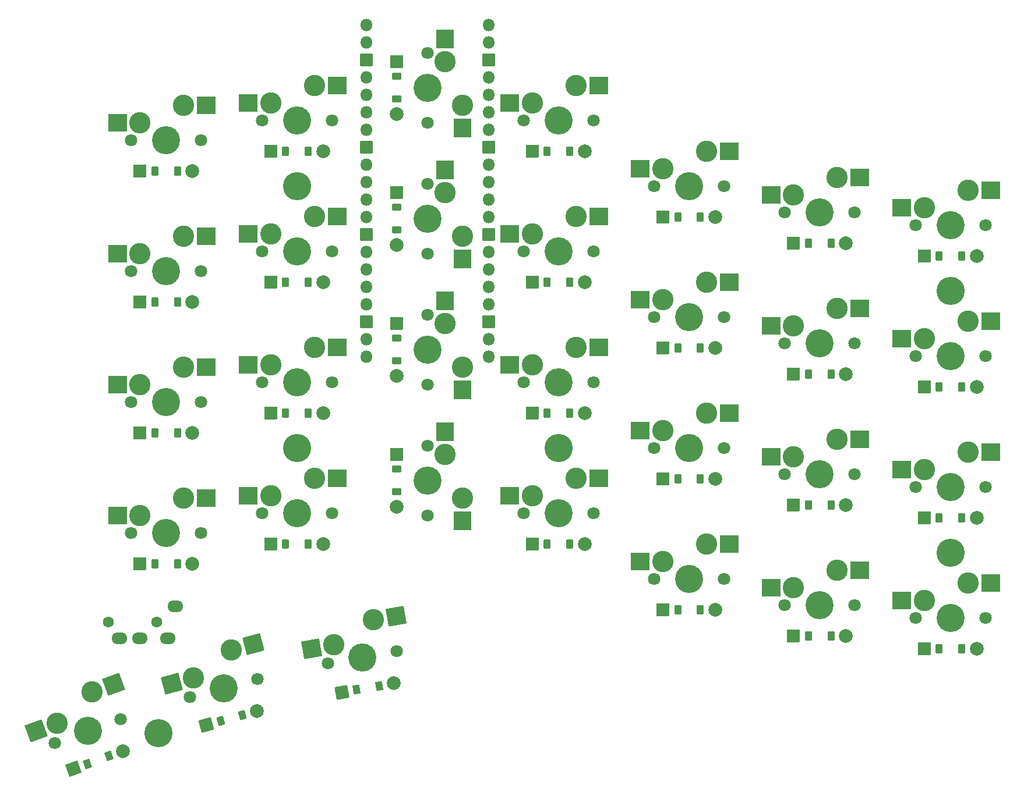
<source format=gbr>
%TF.GenerationSoftware,KiCad,Pcbnew,9.0.3-1.fc42*%
%TF.CreationDate,2025-08-21T15:19:56+02:00*%
%TF.ProjectId,right,72696768-742e-46b6-9963-61645f706362,v1.0.0*%
%TF.SameCoordinates,Original*%
%TF.FileFunction,Soldermask,Bot*%
%TF.FilePolarity,Negative*%
%FSLAX46Y46*%
G04 Gerber Fmt 4.6, Leading zero omitted, Abs format (unit mm)*
G04 Created by KiCad (PCBNEW 9.0.3-1.fc42) date 2025-08-21 15:19:56*
%MOMM*%
%LPD*%
G01*
G04 APERTURE LIST*
G04 Aperture macros list*
%AMRoundRect*
0 Rectangle with rounded corners*
0 $1 Rounding radius*
0 $2 $3 $4 $5 $6 $7 $8 $9 X,Y pos of 4 corners*
0 Add a 4 corners polygon primitive as box body*
4,1,4,$2,$3,$4,$5,$6,$7,$8,$9,$2,$3,0*
0 Add four circle primitives for the rounded corners*
1,1,$1+$1,$2,$3*
1,1,$1+$1,$4,$5*
1,1,$1+$1,$6,$7*
1,1,$1+$1,$8,$9*
0 Add four rect primitives between the rounded corners*
20,1,$1+$1,$2,$3,$4,$5,0*
20,1,$1+$1,$4,$5,$6,$7,0*
20,1,$1+$1,$6,$7,$8,$9,0*
20,1,$1+$1,$8,$9,$2,$3,0*%
G04 Aperture macros list end*
%ADD10C,4.100000*%
%ADD11RoundRect,0.050000X-0.889000X-0.889000X0.889000X-0.889000X0.889000X0.889000X-0.889000X0.889000X0*%
%ADD12RoundRect,0.050000X-0.450000X-0.600000X0.450000X-0.600000X0.450000X0.600000X-0.450000X0.600000X0*%
%ADD13C,2.005000*%
%ADD14C,1.801800*%
%ADD15C,3.100000*%
%ADD16C,4.087800*%
%ADD17RoundRect,0.050000X-1.250000X1.275000X-1.250000X-1.275000X1.250000X-1.275000X1.250000X1.275000X0*%
%ADD18RoundRect,0.050000X-0.721121X-1.029867X1.029867X-0.721121X0.721121X1.029867X-1.029867X0.721121X0*%
%ADD19RoundRect,0.050000X-0.338975X-0.669026X0.547352X-0.512743X0.338975X0.669026X-0.547352X0.512743X0*%
%ADD20RoundRect,0.050000X-1.275000X-1.250000X1.275000X-1.250000X1.275000X1.250000X-1.275000X1.250000X0*%
%ADD21RoundRect,0.050000X-1.038570X-1.452411X1.472690X-1.009608X1.038570X1.452411X-1.472690X1.009608X0*%
%ADD22RoundRect,0.050000X-0.628618X-1.088798X1.088798X-0.628618X0.628618X1.088798X-1.088798X0.628618X0*%
%ADD23RoundRect,0.050000X-0.279375X-0.696024X0.589958X-0.463087X0.279375X0.696024X-0.589958X0.463087X0*%
%ADD24RoundRect,0.050000X-0.889000X0.889000X-0.889000X-0.889000X0.889000X-0.889000X0.889000X0.889000X0*%
%ADD25RoundRect,0.050000X-0.600000X0.450000X-0.600000X-0.450000X0.600000X-0.450000X0.600000X0.450000X0*%
%ADD26RoundRect,0.050000X-0.770583X-1.610691X1.625633X-0.738540X0.770583X1.610691X-1.625633X0.738540X0*%
%ADD27RoundRect,0.050000X-0.908032X-1.537402X1.555079X-0.877413X0.908032X1.537402X-1.555079X0.877413X0*%
%ADD28RoundRect,0.050000X-0.531331X-1.139443X1.139443X-0.531331X0.531331X1.139443X-1.139443X0.531331X0*%
%ADD29RoundRect,0.050000X-0.217650X-0.717725X0.628074X-0.409907X0.217650X0.717725X-0.628074X0.409907X0*%
%ADD30O,1.800000X1.800000*%
%ADD31RoundRect,0.050000X-0.850000X-0.850000X0.850000X-0.850000X0.850000X0.850000X-0.850000X0.850000X0*%
%ADD32C,1.600000*%
%ADD33O,2.300000X1.700000*%
G04 APERTURE END LIST*
D10*
%TO.C,*%
X319000000Y-175235000D03*
%TD*%
D11*
%TO.C,D17*%
X277190000Y-189260000D03*
D12*
X279350000Y-189260000D03*
X282650000Y-189260000D03*
D13*
X284810000Y-189260000D03*
%TD*%
D14*
%TO.C,S28*%
X300000000Y-174917500D03*
D15*
X302540000Y-176187500D03*
D16*
X300000000Y-179997500D03*
D15*
X305080000Y-182537500D03*
D14*
X300000000Y-185077500D03*
D17*
X302540000Y-172912500D03*
X305080000Y-185839500D03*
%TD*%
D10*
%TO.C,*%
X281000000Y-175235000D03*
%TD*%
D18*
%TO.C,D25*%
X287554297Y-210808235D03*
D19*
X289681484Y-210433154D03*
X292931350Y-209860116D03*
D13*
X295058537Y-209485035D03*
%TD*%
D14*
%TO.C,S9*%
X332920000Y-194285000D03*
D15*
X334190000Y-191745000D03*
D16*
X338000000Y-194285000D03*
D15*
X340540000Y-189205000D03*
D14*
X343080000Y-194285000D03*
D20*
X330915000Y-191745000D03*
X343842000Y-189205000D03*
%TD*%
D14*
%TO.C,S25*%
X285522177Y-206597133D03*
D15*
X286331816Y-203875188D03*
D16*
X290525000Y-205715000D03*
D15*
X292144279Y-200271110D03*
D14*
X295527823Y-204832867D03*
D21*
X283106571Y-204443886D03*
X295396114Y-199697724D03*
%TD*%
D22*
%TO.C,D26*%
X267806266Y-215526719D03*
D23*
X269892665Y-214967667D03*
X273080221Y-214113567D03*
D13*
X275166620Y-213554515D03*
%TD*%
D11*
%TO.C,D24*%
X258190000Y-134967500D03*
D12*
X260350000Y-134967500D03*
X263650000Y-134967500D03*
D13*
X265810000Y-134967500D03*
%TD*%
D11*
%TO.C,D9*%
X334190000Y-198785000D03*
D12*
X336350000Y-198785000D03*
X339650000Y-198785000D03*
D13*
X341810000Y-198785000D03*
%TD*%
D11*
%TO.C,D11*%
X334190000Y-160685000D03*
D12*
X336350000Y-160685000D03*
X339650000Y-160685000D03*
D13*
X341810000Y-160685000D03*
%TD*%
D11*
%TO.C,D2*%
X372190000Y-185450000D03*
D12*
X374350000Y-185450000D03*
X377650000Y-185450000D03*
D13*
X379810000Y-185450000D03*
%TD*%
D11*
%TO.C,D23*%
X258190000Y-154017500D03*
D12*
X260350000Y-154017500D03*
X263650000Y-154017500D03*
D13*
X265810000Y-154017500D03*
%TD*%
D14*
%TO.C,S15*%
X313920000Y-146660000D03*
D15*
X315190000Y-144120000D03*
D16*
X319000000Y-146660000D03*
D15*
X321540000Y-141580000D03*
D14*
X324080000Y-146660000D03*
D20*
X311915000Y-144120000D03*
X324842000Y-141580000D03*
%TD*%
D14*
%TO.C,S7*%
X351920000Y-159995000D03*
D15*
X353190000Y-157455000D03*
D16*
X357000000Y-159995000D03*
D15*
X359540000Y-154915000D03*
D14*
X362080000Y-159995000D03*
D20*
X349915000Y-157455000D03*
X362842000Y-154915000D03*
%TD*%
D24*
%TO.C,D28*%
X295500000Y-176187500D03*
D25*
X295500000Y-178347500D03*
X295500000Y-181647500D03*
D13*
X295500000Y-183807500D03*
%TD*%
D11*
%TO.C,D6*%
X353190000Y-183545000D03*
D12*
X355350000Y-183545000D03*
X358650000Y-183545000D03*
D13*
X360810000Y-183545000D03*
%TD*%
D14*
%TO.C,S24*%
X256920000Y-130467500D03*
D15*
X258190000Y-127927500D03*
D16*
X262000000Y-130467500D03*
D15*
X264540000Y-125387500D03*
D14*
X267080000Y-130467500D03*
D20*
X254915000Y-127927500D03*
X267842000Y-125387500D03*
%TD*%
D14*
%TO.C,S16*%
X313920000Y-127610000D03*
D15*
X315190000Y-125070000D03*
D16*
X319000000Y-127610000D03*
D15*
X321540000Y-122530000D03*
D14*
X324080000Y-127610000D03*
D20*
X311915000Y-125070000D03*
X324842000Y-122530000D03*
%TD*%
D14*
%TO.C,S23*%
X256920000Y-149517500D03*
D15*
X258190000Y-146977500D03*
D16*
X262000000Y-149517500D03*
D15*
X264540000Y-144437500D03*
D14*
X267080000Y-149517500D03*
D20*
X254915000Y-146977500D03*
X267842000Y-144437500D03*
%TD*%
D24*
%TO.C,D30*%
X295500000Y-138087500D03*
D25*
X295500000Y-140247500D03*
X295500000Y-143547500D03*
D13*
X295500000Y-145707500D03*
%TD*%
D14*
%TO.C,S2*%
X370920000Y-180950000D03*
D15*
X372190000Y-178410000D03*
D16*
X376000000Y-180950000D03*
D15*
X378540000Y-175870000D03*
D14*
X381080000Y-180950000D03*
D20*
X368915000Y-178410000D03*
X381842000Y-175870000D03*
%TD*%
D11*
%TO.C,D8*%
X353190000Y-145445000D03*
D12*
X355350000Y-145445000D03*
X358650000Y-145445000D03*
D13*
X360810000Y-145445000D03*
%TD*%
D14*
%TO.C,S14*%
X313920000Y-165710000D03*
D15*
X315190000Y-163170000D03*
D16*
X319000000Y-165710000D03*
D15*
X321540000Y-160630000D03*
D14*
X324080000Y-165710000D03*
D20*
X311915000Y-163170000D03*
X324842000Y-160630000D03*
%TD*%
D11*
%TO.C,D3*%
X372190000Y-166400000D03*
D12*
X374350000Y-166400000D03*
X377650000Y-166400000D03*
D13*
X379810000Y-166400000D03*
%TD*%
D14*
%TO.C,S1*%
X370920000Y-200000000D03*
D15*
X372190000Y-197460000D03*
D16*
X376000000Y-200000000D03*
D15*
X378540000Y-194920000D03*
D14*
X381080000Y-200000000D03*
D20*
X368915000Y-197460000D03*
X381842000Y-194920000D03*
%TD*%
D11*
%TO.C,D22*%
X258190000Y-173067500D03*
D12*
X260350000Y-173067500D03*
X263650000Y-173067500D03*
D13*
X265810000Y-173067500D03*
%TD*%
D10*
%TO.C,*%
X281000000Y-137135000D03*
%TD*%
D24*
%TO.C,D31*%
X295500000Y-119037500D03*
D25*
X295500000Y-121197500D03*
X295500000Y-124497500D03*
D13*
X295500000Y-126657500D03*
%TD*%
D11*
%TO.C,D20*%
X277190000Y-132110000D03*
D12*
X279350000Y-132110000D03*
X282650000Y-132110000D03*
D13*
X284810000Y-132110000D03*
%TD*%
D14*
%TO.C,S18*%
X275920000Y-165710000D03*
D15*
X277190000Y-163170000D03*
D16*
X281000000Y-165710000D03*
D15*
X283540000Y-160630000D03*
D14*
X286080000Y-165710000D03*
D20*
X273915000Y-163170000D03*
X286842000Y-160630000D03*
%TD*%
D14*
%TO.C,S13*%
X313920000Y-184760000D03*
D15*
X315190000Y-182220000D03*
D16*
X319000000Y-184760000D03*
D15*
X321540000Y-179680000D03*
D14*
X324080000Y-184760000D03*
D20*
X311915000Y-182220000D03*
X324842000Y-179680000D03*
%TD*%
D14*
%TO.C,S5*%
X351920000Y-198095000D03*
D15*
X353190000Y-195555000D03*
D16*
X357000000Y-198095000D03*
D15*
X359540000Y-193015000D03*
D14*
X362080000Y-198095000D03*
D20*
X349915000Y-195555000D03*
X362842000Y-193015000D03*
%TD*%
D11*
%TO.C,D10*%
X334190000Y-179735000D03*
D12*
X336350000Y-179735000D03*
X339650000Y-179735000D03*
D13*
X341810000Y-179735000D03*
%TD*%
D14*
%TO.C,S20*%
X275920000Y-127610000D03*
D15*
X277190000Y-125070000D03*
D16*
X281000000Y-127610000D03*
D15*
X283540000Y-122530000D03*
D14*
X286080000Y-127610000D03*
D20*
X273915000Y-125070000D03*
X286842000Y-122530000D03*
%TD*%
D14*
%TO.C,S31*%
X300000000Y-117767500D03*
D15*
X302540000Y-119037500D03*
D16*
X300000000Y-122847500D03*
D15*
X305080000Y-125387500D03*
D14*
X300000000Y-127927500D03*
D17*
X302540000Y-115762500D03*
X305080000Y-128689500D03*
%TD*%
D24*
%TO.C,D29*%
X295500000Y-157137500D03*
D25*
X295500000Y-159297500D03*
X295500000Y-162597500D03*
D13*
X295500000Y-164757500D03*
%TD*%
D14*
%TO.C,S27*%
X245812122Y-218154149D03*
D15*
X246136801Y-215332964D03*
D16*
X250585761Y-216416687D03*
D15*
X251235118Y-210774317D03*
D14*
X255359400Y-214679225D03*
D26*
X243059309Y-216453080D03*
X254337983Y-209644967D03*
%TD*%
D11*
%TO.C,D13*%
X315190000Y-189260000D03*
D12*
X317350000Y-189260000D03*
X320650000Y-189260000D03*
D13*
X322810000Y-189260000D03*
%TD*%
D14*
%TO.C,S3*%
X370920000Y-161900000D03*
D15*
X372190000Y-159360000D03*
D16*
X376000000Y-161900000D03*
D15*
X378540000Y-156820000D03*
D14*
X381080000Y-161900000D03*
D20*
X368915000Y-159360000D03*
X381842000Y-156820000D03*
%TD*%
D14*
%TO.C,S11*%
X332920000Y-156185000D03*
D15*
X334190000Y-153645000D03*
D16*
X338000000Y-156185000D03*
D15*
X340540000Y-151105000D03*
D14*
X343080000Y-156185000D03*
D20*
X330915000Y-153645000D03*
X343842000Y-151105000D03*
%TD*%
D14*
%TO.C,S10*%
X332920000Y-175235000D03*
D15*
X334190000Y-172695000D03*
D16*
X338000000Y-175235000D03*
D15*
X340540000Y-170155000D03*
D14*
X343080000Y-175235000D03*
D20*
X330915000Y-172695000D03*
X343842000Y-170155000D03*
%TD*%
D11*
%TO.C,D18*%
X277190000Y-170210000D03*
D12*
X279350000Y-170210000D03*
X282650000Y-170210000D03*
D13*
X284810000Y-170210000D03*
%TD*%
D14*
%TO.C,S21*%
X256920000Y-187617500D03*
D15*
X258190000Y-185077500D03*
D16*
X262000000Y-187617500D03*
D15*
X264540000Y-182537500D03*
D14*
X267080000Y-187617500D03*
D20*
X254915000Y-185077500D03*
X267842000Y-182537500D03*
%TD*%
D14*
%TO.C,S30*%
X300000000Y-136817500D03*
D15*
X302540000Y-138087500D03*
D16*
X300000000Y-141897500D03*
D15*
X305080000Y-144437500D03*
D14*
X300000000Y-146977500D03*
D17*
X302540000Y-134812500D03*
X305080000Y-147739500D03*
%TD*%
D14*
%TO.C,S22*%
X256920000Y-168567500D03*
D15*
X258190000Y-166027500D03*
D16*
X262000000Y-168567500D03*
D15*
X264540000Y-163487500D03*
D14*
X267080000Y-168567500D03*
D20*
X254915000Y-166027500D03*
X267842000Y-163487500D03*
%TD*%
D11*
%TO.C,D12*%
X334190000Y-141635000D03*
D12*
X336350000Y-141635000D03*
X339650000Y-141635000D03*
D13*
X341810000Y-141635000D03*
%TD*%
D10*
%TO.C,*%
X376000000Y-152375000D03*
%TD*%
D11*
%TO.C,D21*%
X258190000Y-192117500D03*
D12*
X260350000Y-192117500D03*
X263650000Y-192117500D03*
D13*
X265810000Y-192117500D03*
%TD*%
D11*
%TO.C,D14*%
X315190000Y-170210000D03*
D12*
X317350000Y-170210000D03*
X320650000Y-170210000D03*
D13*
X322810000Y-170210000D03*
%TD*%
D14*
%TO.C,S26*%
X265414855Y-211508752D03*
D15*
X265984180Y-208726600D03*
D16*
X270321758Y-210193951D03*
D15*
X271460409Y-204629647D03*
D14*
X275228661Y-208879150D03*
D27*
X262820773Y-209574232D03*
X274649896Y-203775027D03*
%TD*%
D11*
%TO.C,D19*%
X277190000Y-151160000D03*
D12*
X279350000Y-151160000D03*
X282650000Y-151160000D03*
D13*
X284810000Y-151160000D03*
%TD*%
D11*
%TO.C,D7*%
X353190000Y-164495000D03*
D12*
X355350000Y-164495000D03*
X358650000Y-164495000D03*
D13*
X360810000Y-164495000D03*
%TD*%
D14*
%TO.C,S17*%
X275920000Y-184760000D03*
D15*
X277190000Y-182220000D03*
D16*
X281000000Y-184760000D03*
D15*
X283540000Y-179680000D03*
D14*
X286080000Y-184760000D03*
D20*
X273915000Y-182220000D03*
X286842000Y-179680000D03*
%TD*%
D11*
%TO.C,D5*%
X353190000Y-202595000D03*
D12*
X355350000Y-202595000D03*
X358650000Y-202595000D03*
D13*
X360810000Y-202595000D03*
%TD*%
D10*
%TO.C,*%
X260839430Y-216739174D03*
%TD*%
D14*
%TO.C,S12*%
X332920000Y-137135000D03*
D15*
X334190000Y-134595000D03*
D16*
X338000000Y-137135000D03*
D15*
X340540000Y-132055000D03*
D14*
X343080000Y-137135000D03*
D20*
X330915000Y-134595000D03*
X343842000Y-132055000D03*
%TD*%
D14*
%TO.C,S19*%
X275920000Y-146660000D03*
D15*
X277190000Y-144120000D03*
D16*
X281000000Y-146660000D03*
D15*
X283540000Y-141580000D03*
D14*
X286080000Y-146660000D03*
D20*
X273915000Y-144120000D03*
X286842000Y-141580000D03*
%TD*%
D11*
%TO.C,D15*%
X315190000Y-151160000D03*
D12*
X317350000Y-151160000D03*
X320650000Y-151160000D03*
D13*
X322810000Y-151160000D03*
%TD*%
D10*
%TO.C,*%
X376000000Y-190475000D03*
%TD*%
D11*
%TO.C,D1*%
X372190000Y-204500000D03*
D12*
X374350000Y-204500000D03*
X377650000Y-204500000D03*
D13*
X379810000Y-204500000D03*
%TD*%
D11*
%TO.C,D4*%
X372190000Y-147350000D03*
D12*
X374350000Y-147350000D03*
X377650000Y-147350000D03*
D13*
X379810000Y-147350000D03*
%TD*%
D14*
%TO.C,S6*%
X351920000Y-179045000D03*
D15*
X353190000Y-176505000D03*
D16*
X357000000Y-179045000D03*
D15*
X359540000Y-173965000D03*
D14*
X362080000Y-179045000D03*
D20*
X349915000Y-176505000D03*
X362842000Y-173965000D03*
%TD*%
D14*
%TO.C,S29*%
X300000000Y-155867500D03*
D15*
X302540000Y-157137500D03*
D16*
X300000000Y-160947500D03*
D15*
X305080000Y-163487500D03*
D14*
X300000000Y-166027500D03*
D17*
X302540000Y-153862500D03*
X305080000Y-166789500D03*
%TD*%
D28*
%TO.C,D27*%
X248544623Y-221948401D03*
D29*
X250574359Y-221209637D03*
X253675345Y-220080971D03*
D13*
X255705081Y-219342207D03*
%TD*%
D30*
%TO.C,_1*%
X291110000Y-113717500D03*
X291110000Y-116257500D03*
D31*
X291110000Y-118797500D03*
D30*
X291110000Y-121337500D03*
X291110000Y-123877500D03*
X291110000Y-126417500D03*
X291110000Y-128957500D03*
D31*
X291110000Y-131497500D03*
D30*
X291110000Y-134037500D03*
X291110000Y-136577500D03*
X291110000Y-139117500D03*
X291110000Y-141657500D03*
D31*
X291110000Y-144197500D03*
D30*
X291110000Y-146737500D03*
X291110000Y-149277500D03*
X291110000Y-151817500D03*
X291110000Y-154357500D03*
D31*
X291110000Y-156897500D03*
D30*
X291110000Y-159437500D03*
X291110000Y-161977500D03*
X308890000Y-161977500D03*
X308890000Y-159437500D03*
D31*
X308890000Y-156897500D03*
D30*
X308890000Y-154357500D03*
X308890000Y-151817500D03*
X308890000Y-149277500D03*
X308890000Y-146737500D03*
D31*
X308890000Y-144197500D03*
D30*
X308890000Y-141657500D03*
X308890000Y-139117500D03*
X308890000Y-136577500D03*
X308890000Y-134037500D03*
D31*
X308890000Y-131497500D03*
D30*
X308890000Y-128957500D03*
X308890000Y-126417500D03*
X308890000Y-123877500D03*
X308890000Y-121337500D03*
D31*
X308890000Y-118797500D03*
D30*
X308890000Y-116257500D03*
X308890000Y-113717500D03*
%TD*%
D11*
%TO.C,D16*%
X315190000Y-132110000D03*
D12*
X317350000Y-132110000D03*
X320650000Y-132110000D03*
D13*
X322810000Y-132110000D03*
%TD*%
D14*
%TO.C,S8*%
X351920000Y-140945000D03*
D15*
X353190000Y-138405000D03*
D16*
X357000000Y-140945000D03*
D15*
X359540000Y-135865000D03*
D14*
X362080000Y-140945000D03*
D20*
X349915000Y-138405000D03*
X362842000Y-135865000D03*
%TD*%
D14*
%TO.C,S4*%
X370920000Y-142850000D03*
D15*
X372190000Y-140310000D03*
D16*
X376000000Y-142850000D03*
D15*
X378540000Y-137770000D03*
D14*
X381080000Y-142850000D03*
D20*
X368915000Y-140310000D03*
X381842000Y-137770000D03*
%TD*%
D32*
%TO.C,TRRS1*%
X253600000Y-200617500D03*
X260600000Y-200617500D03*
D33*
X255200000Y-202917500D03*
X258200000Y-202917500D03*
X262200000Y-202917500D03*
X263300000Y-198317500D03*
%TD*%
M02*

</source>
